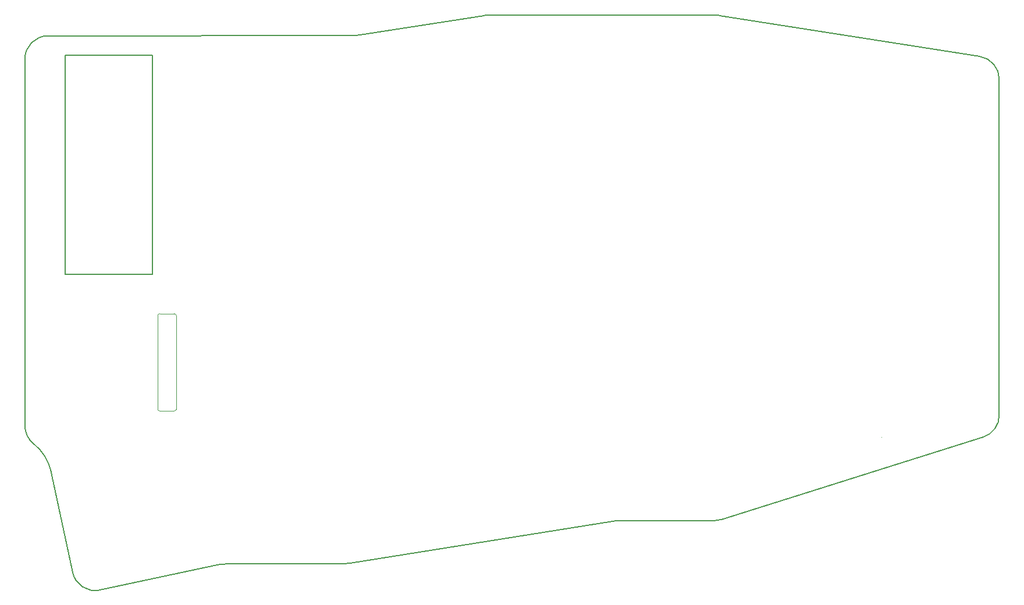
<source format=gm1>
%TF.GenerationSoftware,KiCad,Pcbnew,7.0.5-0*%
%TF.CreationDate,2023-09-10T21:20:09+09:30*%
%TF.ProjectId,Rolio,526f6c69-6f2e-46b6-9963-61645f706362,rev?*%
%TF.SameCoordinates,Original*%
%TF.FileFunction,Profile,NP*%
%FSLAX46Y46*%
G04 Gerber Fmt 4.6, Leading zero omitted, Abs format (unit mm)*
G04 Created by KiCad (PCBNEW 7.0.5-0) date 2023-09-10 21:20:09*
%MOMM*%
%LPD*%
G01*
G04 APERTURE LIST*
%TA.AperFunction,Profile*%
%ADD10C,0.150000*%
%TD*%
%TA.AperFunction,Profile*%
%ADD11C,0.100000*%
%TD*%
%TA.AperFunction,Profile*%
%ADD12C,0.050000*%
%TD*%
G04 APERTURE END LIST*
D10*
X47297474Y-93055334D02*
G75*
G03*
X48553375Y-95670126I3350026J34D01*
G01*
X114958841Y-33226590D02*
X147566758Y-33226590D01*
D11*
X171939500Y-94704000D02*
X171939500Y-94704000D01*
D10*
X189087799Y-91520484D02*
X189087799Y-42576621D01*
X114124740Y-33292011D02*
X96097639Y-36137348D01*
X94957343Y-36227223D02*
X50644940Y-36261093D01*
X51148174Y-99878910D02*
G75*
G03*
X48553374Y-95670127I-7189474J-1528190D01*
G01*
X53122500Y-39055000D02*
X65822500Y-39055000D01*
X77235539Y-113126590D02*
X94088353Y-113126590D01*
X54240132Y-114425370D02*
X51148186Y-99878907D01*
X53122500Y-70965000D02*
X53122500Y-39055000D01*
X94088353Y-113126586D02*
G75*
G03*
X94618092Y-113084440I-53J3350886D01*
G01*
X147687707Y-106876592D02*
G75*
G03*
X148695756Y-106721325I-7J3349992D01*
G01*
X75707388Y-113287205D02*
X58213431Y-117005660D01*
X148400858Y-33292014D02*
G75*
G03*
X147566758Y-33226590I-834058J-5283786D01*
G01*
X132804321Y-106969066D02*
X94618092Y-113084440D01*
X148695756Y-106721326D02*
X186745848Y-94715220D01*
X186260086Y-39267585D02*
X148400858Y-33292011D01*
X65822500Y-39055000D02*
X65822500Y-70965000D01*
X50644940Y-36261091D02*
G75*
G03*
X47297500Y-39611092I2640J-3350079D01*
G01*
X47297500Y-93055334D02*
X47297500Y-39611092D01*
X189087779Y-42576621D02*
G75*
G03*
X186260086Y-39267586I-3349979J21D01*
G01*
X53122500Y-70965000D02*
X65822500Y-70965000D01*
X133966585Y-106876598D02*
G75*
G03*
X132804321Y-106969066I-85J-7349602D01*
G01*
X133966585Y-106876590D02*
X147687707Y-106876590D01*
X54240128Y-114425371D02*
G75*
G03*
X58213431Y-117005659I3276772J696471D01*
G01*
X77235539Y-113126598D02*
G75*
G03*
X75707388Y-113287206I61J-7350902D01*
G01*
X186745860Y-94715258D02*
G75*
G03*
X189087799Y-91520484I-1007960J3194658D01*
G01*
X114958841Y-33226592D02*
G75*
G03*
X114124740Y-33292011I59J-5350908D01*
G01*
X94957343Y-36227230D02*
G75*
G03*
X96097639Y-36137348I-5743J7351030D01*
G01*
D12*
X66622500Y-77030000D02*
X66622500Y-90630000D01*
X66922500Y-90930000D02*
X69022500Y-90930000D01*
X69022500Y-76730000D02*
X66922500Y-76730000D01*
X69322500Y-90630000D02*
X69322500Y-77030000D01*
X66922500Y-76730000D02*
G75*
G03*
X66622500Y-77030000I0J-300000D01*
G01*
X66622500Y-90630000D02*
G75*
G03*
X66922500Y-90930000I300000J0D01*
G01*
X69322500Y-77030000D02*
G75*
G03*
X69022500Y-76730000I-300000J0D01*
G01*
X69022500Y-90930000D02*
G75*
G03*
X69322500Y-90630000I0J300000D01*
G01*
M02*

</source>
